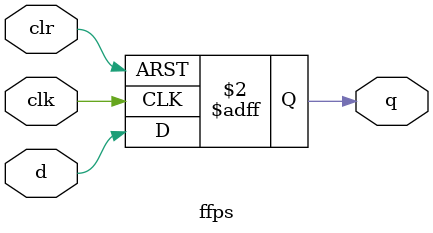
<source format=v>
module ffps(clk,q,d,clr);
input clk,d,clr;
output q;
reg q;

always @(negedge clk or posedge clr)
    begin
    if(clr)
        q=1'b0;
    else    
        q<=d;
    end
endmodule

</source>
